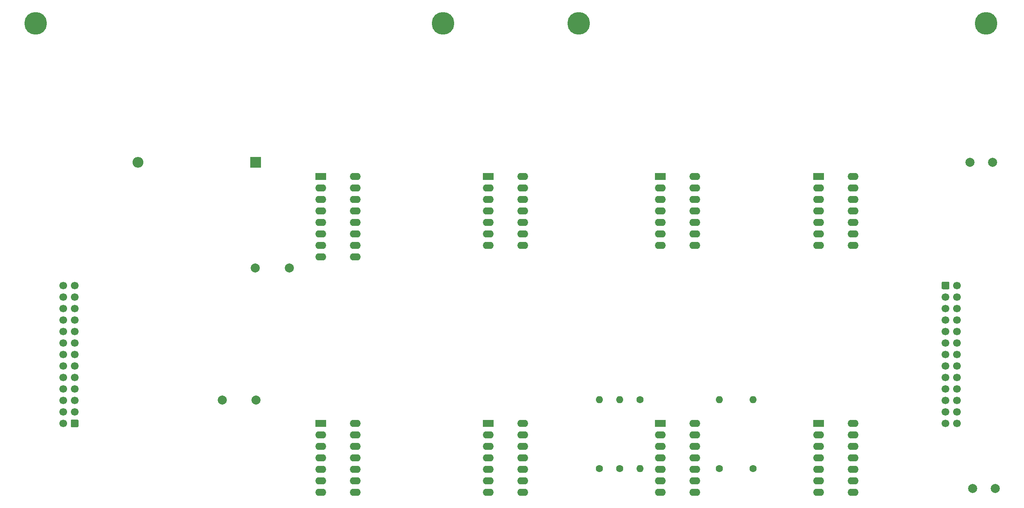
<source format=gbr>
%TF.GenerationSoftware,KiCad,Pcbnew,(5.1.10-1-10_14)*%
%TF.CreationDate,2022-02-02T20:10:15+11:00*%
%TF.ProjectId,Buffer,42756666-6572-42e6-9b69-6361645f7063,rev?*%
%TF.SameCoordinates,Original*%
%TF.FileFunction,Soldermask,Top*%
%TF.FilePolarity,Negative*%
%FSLAX46Y46*%
G04 Gerber Fmt 4.6, Leading zero omitted, Abs format (unit mm)*
G04 Created by KiCad (PCBNEW (5.1.10-1-10_14)) date 2022-02-02 20:10:15*
%MOMM*%
%LPD*%
G01*
G04 APERTURE LIST*
%ADD10C,1.700000*%
%ADD11C,2.000000*%
%ADD12O,2.400000X2.400000*%
%ADD13R,2.400000X2.400000*%
%ADD14O,1.600000X1.600000*%
%ADD15C,1.600000*%
%ADD16O,2.400000X1.600000*%
%ADD17R,2.400000X1.600000*%
%ADD18C,5.000000*%
G04 APERTURE END LIST*
D10*
%TO.C,J5*%
X65650000Y-121050000D03*
X65650000Y-123590000D03*
X65650000Y-126130000D03*
X65650000Y-128670000D03*
X65650000Y-131210000D03*
X65650000Y-133750000D03*
X65650000Y-136290000D03*
X65650000Y-138830000D03*
X65650000Y-141370000D03*
X65650000Y-143910000D03*
X65650000Y-146450000D03*
X65650000Y-148990000D03*
X65650000Y-151530000D03*
X68190000Y-121050000D03*
X68190000Y-123590000D03*
X68190000Y-126130000D03*
X68190000Y-128670000D03*
X68190000Y-131210000D03*
X68190000Y-133750000D03*
X68190000Y-136290000D03*
X68190000Y-138830000D03*
X68190000Y-141370000D03*
X68190000Y-143910000D03*
X68190000Y-146450000D03*
X68190000Y-148990000D03*
G36*
G01*
X69040000Y-150930000D02*
X69040000Y-152130000D01*
G75*
G02*
X68790000Y-152380000I-250000J0D01*
G01*
X67590000Y-152380000D01*
G75*
G02*
X67340000Y-152130000I0J250000D01*
G01*
X67340000Y-150930000D01*
G75*
G02*
X67590000Y-150680000I250000J0D01*
G01*
X68790000Y-150680000D01*
G75*
G02*
X69040000Y-150930000I0J-250000D01*
G01*
G37*
%TD*%
D11*
%TO.C,C4*%
X270990000Y-93830000D03*
X265990000Y-93830000D03*
%TD*%
%TO.C,C3*%
X271590000Y-165930000D03*
X266590000Y-165930000D03*
%TD*%
%TO.C,C2*%
X100790000Y-146330000D03*
X108290000Y-146330000D03*
%TD*%
%TO.C,C1*%
X115590000Y-117130000D03*
X108090000Y-117130000D03*
%TD*%
D12*
%TO.C,C5*%
X82190000Y-93830000D03*
D13*
X108190000Y-93830000D03*
%TD*%
D14*
%TO.C,R26*%
X218090000Y-146290000D03*
D15*
X218090000Y-161530000D03*
%TD*%
D16*
%TO.C,U1*%
X167210000Y-96910000D03*
X159590000Y-112150000D03*
X167210000Y-99450000D03*
X159590000Y-109610000D03*
X167210000Y-101990000D03*
X159590000Y-107070000D03*
X167210000Y-104530000D03*
X159590000Y-104530000D03*
X167210000Y-107070000D03*
X159590000Y-101990000D03*
X167210000Y-109610000D03*
X159590000Y-99450000D03*
X167210000Y-112150000D03*
D17*
X159590000Y-96910000D03*
%TD*%
D14*
%TO.C,R23*%
X193090000Y-161530000D03*
D15*
X193090000Y-146290000D03*
%TD*%
D14*
%TO.C,R24*%
X188590000Y-146290000D03*
D15*
X188590000Y-161530000D03*
%TD*%
D14*
%TO.C,R25*%
X184090000Y-146290000D03*
D15*
X184090000Y-161530000D03*
%TD*%
D14*
%TO.C,R27*%
X210590000Y-146290000D03*
D15*
X210590000Y-161530000D03*
%TD*%
D16*
%TO.C,J3*%
X130210000Y-96910000D03*
X122590000Y-114690000D03*
X130210000Y-99450000D03*
X122590000Y-112150000D03*
X130210000Y-101990000D03*
X122590000Y-109610000D03*
X130210000Y-104530000D03*
X122590000Y-107070000D03*
X130210000Y-107070000D03*
X122590000Y-104530000D03*
X130210000Y-109610000D03*
X122590000Y-101990000D03*
X130210000Y-112150000D03*
X122590000Y-99450000D03*
X130210000Y-114690000D03*
D17*
X122590000Y-96910000D03*
%TD*%
D16*
%TO.C,U7*%
X240210000Y-151530000D03*
X232590000Y-166770000D03*
X240210000Y-154070000D03*
X232590000Y-164230000D03*
X240210000Y-156610000D03*
X232590000Y-161690000D03*
X240210000Y-159150000D03*
X232590000Y-159150000D03*
X240210000Y-161690000D03*
X232590000Y-156610000D03*
X240210000Y-164230000D03*
X232590000Y-154070000D03*
X240210000Y-166770000D03*
D17*
X232590000Y-151530000D03*
%TD*%
D16*
%TO.C,U4*%
X130210000Y-151530000D03*
X122590000Y-166770000D03*
X130210000Y-154070000D03*
X122590000Y-164230000D03*
X130210000Y-156610000D03*
X122590000Y-161690000D03*
X130210000Y-159150000D03*
X122590000Y-159150000D03*
X130210000Y-161690000D03*
X122590000Y-156610000D03*
X130210000Y-164230000D03*
X122590000Y-154070000D03*
X130210000Y-166770000D03*
D17*
X122590000Y-151530000D03*
%TD*%
D16*
%TO.C,U6*%
X205210000Y-151530000D03*
X197590000Y-166770000D03*
X205210000Y-154070000D03*
X197590000Y-164230000D03*
X205210000Y-156610000D03*
X197590000Y-161690000D03*
X205210000Y-159150000D03*
X197590000Y-159150000D03*
X205210000Y-161690000D03*
X197590000Y-156610000D03*
X205210000Y-164230000D03*
X197590000Y-154070000D03*
X205210000Y-166770000D03*
D17*
X197590000Y-151530000D03*
%TD*%
D16*
%TO.C,U5*%
X167210000Y-151530000D03*
X159590000Y-166770000D03*
X167210000Y-154070000D03*
X159590000Y-164230000D03*
X167210000Y-156610000D03*
X159590000Y-161690000D03*
X167210000Y-159150000D03*
X159590000Y-159150000D03*
X167210000Y-161690000D03*
X159590000Y-156610000D03*
X167210000Y-164230000D03*
X159590000Y-154070000D03*
X167210000Y-166770000D03*
D17*
X159590000Y-151530000D03*
%TD*%
D16*
%TO.C,U3*%
X240210000Y-96910000D03*
X232590000Y-112150000D03*
X240210000Y-99450000D03*
X232590000Y-109610000D03*
X240210000Y-101990000D03*
X232590000Y-107070000D03*
X240210000Y-104530000D03*
X232590000Y-104530000D03*
X240210000Y-107070000D03*
X232590000Y-101990000D03*
X240210000Y-109610000D03*
X232590000Y-99450000D03*
X240210000Y-112150000D03*
D17*
X232590000Y-96910000D03*
%TD*%
D16*
%TO.C,U2*%
X205210000Y-96910000D03*
X197590000Y-112150000D03*
X205210000Y-99450000D03*
X197590000Y-109610000D03*
X205210000Y-101990000D03*
X197590000Y-107070000D03*
X205210000Y-104530000D03*
X197590000Y-104530000D03*
X205210000Y-107070000D03*
X197590000Y-101990000D03*
X205210000Y-109610000D03*
X197590000Y-99450000D03*
X205210000Y-112150000D03*
D17*
X197590000Y-96910000D03*
%TD*%
D18*
%TO.C,H2*%
X179590000Y-63030000D03*
X269590000Y-63030000D03*
%TD*%
%TO.C,H1*%
X59590000Y-63030000D03*
X149590000Y-63030000D03*
%TD*%
D10*
%TO.C,J4*%
X263130000Y-151510000D03*
X263130000Y-148970000D03*
X263130000Y-146430000D03*
X263130000Y-143890000D03*
X263130000Y-141350000D03*
X263130000Y-138810000D03*
X263130000Y-136270000D03*
X263130000Y-133730000D03*
X263130000Y-131190000D03*
X263130000Y-128650000D03*
X263130000Y-126110000D03*
X263130000Y-123570000D03*
X263130000Y-121030000D03*
X260590000Y-151510000D03*
X260590000Y-148970000D03*
X260590000Y-146430000D03*
X260590000Y-143890000D03*
X260590000Y-141350000D03*
X260590000Y-138810000D03*
X260590000Y-136270000D03*
X260590000Y-133730000D03*
X260590000Y-131190000D03*
X260590000Y-128650000D03*
X260590000Y-126110000D03*
X260590000Y-123570000D03*
G36*
G01*
X259740000Y-121630000D02*
X259740000Y-120430000D01*
G75*
G02*
X259990000Y-120180000I250000J0D01*
G01*
X261190000Y-120180000D01*
G75*
G02*
X261440000Y-120430000I0J-250000D01*
G01*
X261440000Y-121630000D01*
G75*
G02*
X261190000Y-121880000I-250000J0D01*
G01*
X259990000Y-121880000D01*
G75*
G02*
X259740000Y-121630000I0J250000D01*
G01*
G37*
%TD*%
M02*

</source>
